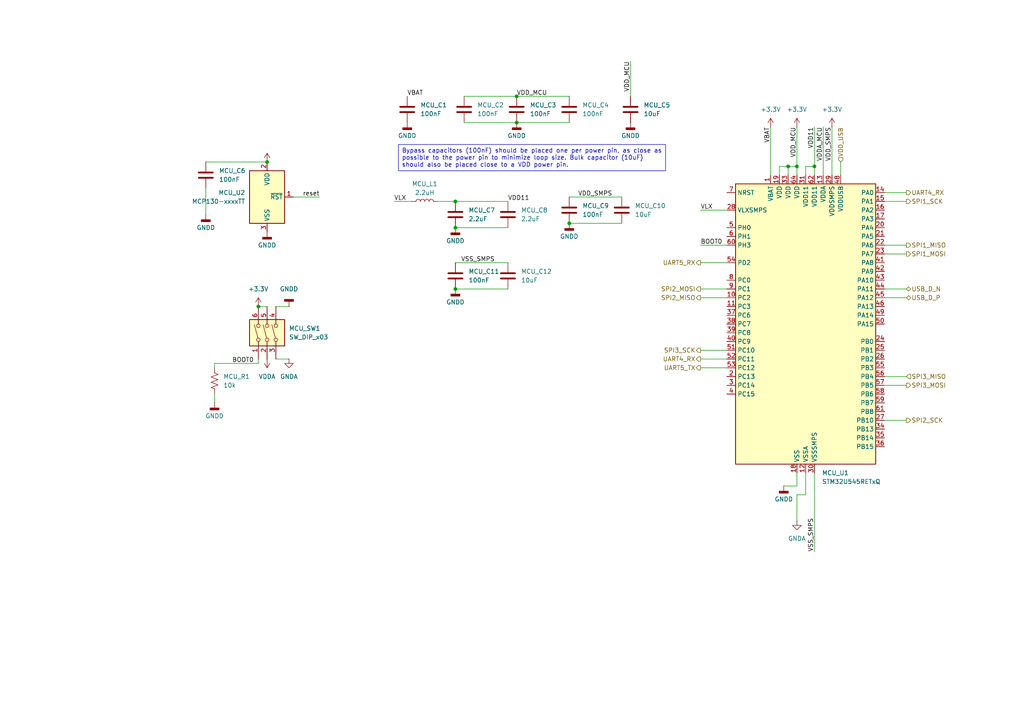
<source format=kicad_sch>
(kicad_sch (version 20231120) (generator "eeschema") (generator_version "8.0")
  (paper "A4")
  (lib_symbols
    (symbol "Device:C" (pin_numbers hide) (pin_names (offset 0.254))
      (property "Reference" "C" (at 0.635 2.54 0))
      (property "Value" "C" (at 0.635 -2.54 0))
      (symbol "C_0_1"
        (polyline (pts (xy -2.032 -0.762) (xy 2.032 -0.762)) (stroke (width 0.508)))
        (polyline (pts (xy -2.032 0.762) (xy 2.032 0.762)) (stroke (width 0.508)))
      )
      (symbol "C_1_1"
        (pin passive line (at 0 3.81 270) (length 2.794) (name "~") (number "1"))
        (pin passive line (at 0 -3.81 90) (length 2.794) (name "~") (number "2"))
      )
    )
    (symbol "Device:L" (pin_numbers hide) (pin_names (offset 1.016) hide)
      (property "Reference" "L" (at -1.27 0 90))
      (property "Value" "L" (at 1.905 0 90))
      (symbol "L_0_1"
        (arc (start 0 -2.54) (mid 0.6323 -1.905) (end 0 -1.27))
        (arc (start 0 -1.27) (mid 0.6323 -0.635) (end 0 0))
        (arc (start 0 0) (mid 0.6323 0.635) (end 0 1.27))
        (arc (start 0 1.27) (mid 0.6323 1.905) (end 0 2.54))
      )
      (symbol "L_1_1"
        (pin passive line (at 0 3.81 270) (length 1.27) (name "1") (number "1"))
        (pin passive line (at 0 -3.81 90) (length 1.27) (name "2") (number "2"))
      )
    )
    (symbol "Device:R_US" (pin_numbers hide) (pin_names (offset 0))
      (property "Reference" "R" (at 2.54 0 90))
      (property "Value" "R_US" (at -2.54 0 90))
      (symbol "R_US_0_1"
        (polyline (pts (xy 0 -2.286) (xy 0 -2.54)))
        (polyline (pts (xy 0 2.286) (xy 0 2.54)))
        (polyline (pts (xy 0 -0.762) (xy 1.016 -1.143) (xy 0 -1.524) (xy -1.016 -1.905) (xy 0 -2.286)))
        (polyline (pts (xy 0 0.762) (xy 1.016 0.381) (xy 0 0) (xy -1.016 -0.381) (xy 0 -0.762)))
        (polyline (pts (xy 0 2.286) (xy 1.016 1.905) (xy 0 1.524) (xy -1.016 1.143) (xy 0 0.762)))
      )
      (symbol "R_US_1_1"
        (pin passive line (at 0 3.81 270) (length 1.27) (name "~") (number "1"))
        (pin passive line (at 0 -3.81 90) (length 1.27) (name "~") (number "2"))
      )
    )
    (symbol "MCU_ST_STM32U5:STM32U545RETxQ"
      (property "Reference" "U" (at -20.32 41.91 0))
      (property "Value" "STM32U545RETxQ" (at 12.7 41.91 0))
      (symbol "STM32U545RETxQ_0_1"
        (rectangle (start -20.32 -40.64) (end 20.32 40.64) (stroke (width 0.254)) (fill (type background)))
      )
      (symbol "STM32U545RETxQ_1_1"
        (pin power_in line (at -10.16 43.18 270) (length 2.54) (name "VBAT") (number "1"))
        (pin bidirectional line (at -22.86 7.62 0) (length 2.54) (name "PC2") (number "10"))
        (pin bidirectional line (at -22.86 5.08 0) (length 2.54) (name "PC3") (number "11"))
        (pin power_in line (at 0 -43.18 90) (length 2.54) (name "VSSA") (number "12"))
        (pin power_in line (at 5.08 43.18 270) (length 2.54) (name "VDDA") (number "13"))
        (pin bidirectional line (at 22.86 38.1 180) (length 2.54) (name "PA0") (number "14"))
        (pin bidirectional line (at 22.86 35.56 180) (length 2.54) (name "PA1") (number "15"))
        (pin bidirectional line (at 22.86 33.02 180) (length 2.54) (name "PA2") (number "16"))
        (pin bidirectional line (at 22.86 30.48 180) (length 2.54) (name "PA3") (number "17"))
        (pin power_in line (at -2.54 -43.18 90) (length 2.54) (name "VSS") (number "18"))
        (pin power_in line (at -7.62 43.18 270) (length 2.54) (name "VDD") (number "19"))
        (pin bidirectional line (at -22.86 -15.24 0) (length 2.54) (name "PC13") (number "2"))
        (pin bidirectional line (at 22.86 27.94 180) (length 2.54) (name "PA4") (number "20"))
        (pin bidirectional line (at 22.86 25.4 180) (length 2.54) (name "PA5") (number "21"))
        (pin bidirectional line (at 22.86 22.86 180) (length 2.54) (name "PA6") (number "22"))
        (pin bidirectional line (at 22.86 20.32 180) (length 2.54) (name "PA7") (number "23"))
        (pin bidirectional line (at 22.86 -5.08 180) (length 2.54) (name "PB0") (number "24"))
        (pin bidirectional line (at 22.86 -7.62 180) (length 2.54) (name "PB1") (number "25"))
        (pin bidirectional line (at 22.86 -10.16 180) (length 2.54) (name "PB2") (number "26"))
        (pin bidirectional line (at 22.86 -27.94 180) (length 2.54) (name "PB10") (number "27"))
        (pin power_in line (at -22.86 33.02 0) (length 2.54) (name "VLXSMPS") (number "28"))
        (pin power_in line (at 7.62 43.18 270) (length 2.54) (name "VDDSMPS") (number "29"))
        (pin bidirectional line (at -22.86 -17.78 0) (length 2.54) (name "PC14") (number "3"))
        (pin power_in line (at 2.54 -43.18 90) (length 2.54) (name "VSSSMPS") (number "30"))
        (pin power_in line (at 0 43.18 270) (length 2.54) (name "VDD11") (number "31"))
        (pin passive line (at -2.54 -43.18 90) (length 2.54) hide (name "VSS") (number "32"))
        (pin power_in line (at -5.08 43.18 270) (length 2.54) (name "VDD") (number "33"))
        (pin bidirectional line (at 22.86 -30.48 180) (length 2.54) (name "PB13") (number "34"))
        (pin bidirectional line (at 22.86 -33.02 180) (length 2.54) (name "PB14") (number "35"))
        (pin bidirectional line (at 22.86 -35.56 180) (length 2.54) (name "PB15") (number "36"))
        (pin bidirectional line (at -22.86 2.54 0) (length 2.54) (name "PC6") (number "37"))
        (pin bidirectional line (at -22.86 0 0) (length 2.54) (name "PC7") (number "38"))
        (pin bidirectional line (at -22.86 -2.54 0) (length 2.54) (name "PC8") (number "39"))
        (pin bidirectional line (at -22.86 -20.32 0) (length 2.54) (name "PC15") (number "4"))
        (pin bidirectional line (at -22.86 -5.08 0) (length 2.54) (name "PC9") (number "40"))
        (pin bidirectional line (at 22.86 17.78 180) (length 2.54) (name "PA8") (number "41"))
        (pin bidirectional line (at 22.86 15.24 180) (length 2.54) (name "PA9") (number "42"))
        (pin bidirectional line (at 22.86 12.7 180) (length 2.54) (name "PA10") (number "43"))
        (pin bidirectional line (at 22.86 10.16 180) (length 2.54) (name "PA11") (number "44"))
        (pin bidirectional line (at 22.86 7.62 180) (length 2.54) (name "PA12") (number "45"))
        (pin bidirectional line (at 22.86 5.08 180) (length 2.54) (name "PA13") (number "46"))
        (pin passive line (at -2.54 -43.18 90) (length 2.54) hide (name "VSS") (number "47"))
        (pin power_in line (at 10.16 43.18 270) (length 2.54) (name "VDDUSB") (number "48"))
        (pin bidirectional line (at 22.86 2.54 180) (length 2.54) (name "PA14") (number "49"))
        (pin bidirectional line (at -22.86 27.94 0) (length 2.54) (name "PH0") (number "5"))
        (pin bidirectional line (at 22.86 0 180) (length 2.54) (name "PA15") (number "50"))
        (pin bidirectional line (at -22.86 -7.62 0) (length 2.54) (name "PC10") (number "51"))
        (pin bidirectional line (at -22.86 -10.16 0) (length 2.54) (name "PC11") (number "52"))
        (pin bidirectional line (at -22.86 -12.7 0) (length 2.54) (name "PC12") (number "53"))
        (pin bidirectional line (at -22.86 17.78 0) (length 2.54) (name "PD2") (number "54"))
        (pin bidirectional line (at 22.86 -12.7 180) (length 2.54) (name "PB3") (number "55"))
        (pin bidirectional line (at 22.86 -15.24 180) (length 2.54) (name "PB4") (number "56"))
        (pin bidirectional line (at 22.86 -17.78 180) (length 2.54) (name "PB5") (number "57"))
        (pin bidirectional line (at 22.86 -20.32 180) (length 2.54) (name "PB6") (number "58"))
        (pin bidirectional line (at 22.86 -22.86 180) (length 2.54) (name "PB7") (number "59"))
        (pin bidirectional line (at -22.86 25.4 0) (length 2.54) (name "PH1") (number "6"))
        (pin bidirectional line (at -22.86 22.86 0) (length 2.54) (name "PH3") (number "60"))
        (pin bidirectional line (at 22.86 -25.4 180) (length 2.54) (name "PB8") (number "61"))
        (pin power_in line (at 2.54 43.18 270) (length 2.54) (name "VDD11") (number "62"))
        (pin passive line (at -2.54 -43.18 90) (length 2.54) hide (name "VSS") (number "63"))
        (pin power_in line (at -2.54 43.18 270) (length 2.54) (name "VDD") (number "64"))
        (pin input line (at -22.86 38.1 0) (length 2.54) (name "NRST") (number "7"))
        (pin bidirectional line (at -22.86 12.7 0) (length 2.54) (name "PC0") (number "8"))
        (pin bidirectional line (at -22.86 10.16 0) (length 2.54) (name "PC1") (number "9"))
      )
    )
    (symbol "Power_Supervisor:MCP130-xxxxTT"
      (property "Reference" "U" (at -5.08 8.89 0))
      (property "Value" "MCP130-xxxxTT" (at 8.89 8.89 0))
      (symbol "MCP130-xxxxTT_0_1"
        (rectangle (start 5.08 7.62) (end -5.08 -7.62) (stroke (width 0.254)) (fill (type background)))
      )
      (symbol "MCP130-xxxxTT_1_1"
        (pin open_collector line (at 7.62 0 180) (length 2.54) (name "~{RST}") (number "1"))
        (pin power_in line (at 0 10.16 270) (length 2.54) (name "VDD") (number "2"))
        (pin power_in line (at 0 -10.16 90) (length 2.54) (name "VSS") (number "3"))
      )
    )
    (symbol "Switch:SW_DIP_x03" (pin_names (offset 0) hide)
      (property "Reference" "SW" (at 0 6.35 0))
      (property "Value" "SW_DIP_x03" (at 0 -6.35 0))
      (symbol "SW_DIP_x03_0_0"
        (circle (center -2.032 -2.54) (radius 0.508))
        (circle (center -2.032 0) (radius 0.508))
        (circle (center -2.032 2.54) (radius 0.508))
        (polyline (pts (xy -1.524 -2.413) (xy 2.3622 -1.3716)))
        (polyline (pts (xy -1.524 0.127) (xy 2.3622 1.1684)))
        (polyline (pts (xy -1.524 2.667) (xy 2.3622 3.7084)))
        (circle (center 2.032 -2.54) (radius 0.508))
        (circle (center 2.032 0) (radius 0.508))
        (circle (center 2.032 2.54) (radius 0.508))
      )
      (symbol "SW_DIP_x03_0_1"
        (rectangle (start -3.81 5.08) (end 3.81 -5.08) (stroke (width 0.254)) (fill (type background)))
      )
      (symbol "SW_DIP_x03_1_1"
        (pin passive line (at -7.62 2.54 0) (length 5.08) (name "~") (number "1"))
        (pin passive line (at -7.62 0 0) (length 5.08) (name "~") (number "2"))
        (pin passive line (at -7.62 -2.54 0) (length 5.08) (name "~") (number "3"))
        (pin passive line (at 7.62 -2.54 180) (length 5.08) (name "~") (number "4"))
        (pin passive line (at 7.62 0 180) (length 5.08) (name "~") (number "5"))
        (pin passive line (at 7.62 2.54 180) (length 5.08) (name "~") (number "6"))
      )
    )
    (symbol "power:+3.3V" (power) (pin_numbers hide) (pin_names (offset 0) hide)
      (property "Value" "+3.3V" (at 0 3.556 0))
      (symbol "+3.3V_0_1"
        (polyline (pts (xy -0.762 1.27) (xy 0 2.54)))
        (polyline (pts (xy 0 0) (xy 0 2.54)))
        (polyline (pts (xy 0 2.54) (xy 0.762 1.27)))
      )
      (symbol "+3.3V_1_1"
        (pin power_in line (at 0 0 90) (length 0) (name "~") (number "1"))
      )
    )
    (symbol "power:GNDA" (power) (pin_numbers hide) (pin_names (offset 0) hide)
      (property "Value" "GNDA" (at 0 -3.81 0))
      (symbol "GNDA_0_1"
        (polyline (pts (xy 0 0) (xy 0 -1.27) (xy 1.27 -1.27) (xy 0 -2.54) (xy -1.27 -1.27) (xy 0 -1.27)))
      )
      (symbol "GNDA_1_1"
        (pin power_in line (at 0 0 270) (length 0) (name "~") (number "1"))
      )
    )
    (symbol "power:GNDD" (power) (pin_numbers hide) (pin_names (offset 0) hide)
      (property "Value" "GNDD" (at 0 -3.175 0))
      (symbol "GNDD_0_1"
        (rectangle (start -1.27 -1.524) (end 1.27 -2.032) (stroke (width 0.254)) (fill (type outline)))
        (polyline (pts (xy 0 0) (xy 0 -1.524)))
      )
      (symbol "GNDD_1_1"
        (pin power_in line (at 0 0 270) (length 0) (name "~") (number "1"))
      )
    )
    (symbol "power:VDDA" (power) (pin_numbers hide) (pin_names (offset 0) hide)
      (property "Value" "VDDA" (at 0 3.556 0))
      (symbol "VDDA_0_1"
        (polyline (pts (xy -0.762 1.27) (xy 0 2.54)))
        (polyline (pts (xy 0 0) (xy 0 2.54)))
        (polyline (pts (xy 0 2.54) (xy 0.762 1.27)))
      )
      (symbol "VDDA_1_1"
        (pin power_in line (at 0 0 90) (length 0) (name "~") (number "1"))
      )
    )
  )
  (junction (at 132.08 58.42))
  (junction (at 77.47 46.99))
  (junction (at 149.86 35.56))
  (junction (at 149.86 27.94))
  (junction (at 74.93 88.9))
  (junction (at 231.14 48.26))
  (junction (at 165.1 64.77))
  (junction (at 236.22 48.26))
  (junction (at 228.6 48.26))
  (junction (at 132.08 66.04))
  (junction (at 132.08 83.82))
  (no_connect (at -68.58 83.82))
  (wire (pts (xy 203.2 101.6) (xy 210.82 101.6)))
  (wire (pts (xy 226.06 48.26) (xy 228.6 48.26)))
  (wire (pts (xy 262.89 109.22) (xy 256.54 109.22)))
  (wire (pts (xy 203.2 86.36) (xy 210.82 86.36)))
  (wire (pts (xy 236.22 160.02) (xy 236.22 137.16)))
  (wire (pts (xy 238.76 50.8) (xy 238.76 36.83)))
  (wire (pts (xy 233.68 48.26) (xy 233.68 50.8)))
  (wire (pts (xy 256.54 83.82) (xy 262.89 83.82)))
  (wire (pts (xy 256.54 55.88) (xy 262.89 55.88)))
  (wire (pts (xy 85.09 57.15) (xy 92.71 57.15)))
  (wire (pts (xy 231.14 48.26) (xy 231.14 50.8)))
  (wire (pts (xy 256.54 86.36) (xy 262.89 86.36)))
  (wire (pts (xy 127 58.42) (xy 132.08 58.42)))
  (wire (pts (xy 165.1 64.77) (xy 180.34 64.77)))
  (wire (pts (xy 228.6 48.26) (xy 231.14 48.26)))
  (wire (pts (xy 233.68 143.51) (xy 233.68 137.16)))
  (wire (pts (xy 59.69 46.99) (xy 77.47 46.99)))
  (wire (pts (xy 236.22 36.83) (xy 236.22 48.26)))
  (wire (pts (xy 203.2 106.68) (xy 210.82 106.68)))
  (wire (pts (xy 231.14 143.51) (xy 233.68 143.51)))
  (wire (pts (xy 223.52 36.83) (xy 223.52 50.8)))
  (wire (pts (xy 262.89 121.92) (xy 256.54 121.92)))
  (wire (pts (xy 231.14 36.83) (xy 231.14 48.26)))
  (wire (pts (xy 134.62 27.94) (xy 149.86 27.94)))
  (wire (pts (xy 62.23 105.41) (xy 74.93 105.41)))
  (wire (pts (xy 165.1 57.15) (xy 180.34 57.15)))
  (wire (pts (xy 114.3 58.42) (xy 119.38 58.42)))
  (wire (pts (xy 132.08 83.82) (xy 147.32 83.82)))
  (wire (pts (xy 231.14 140.97) (xy 231.14 137.16)))
  (wire (pts (xy 227.33 140.97) (xy 231.14 140.97)))
  (wire (pts (xy 256.54 58.42) (xy 262.89 58.42)))
  (wire (pts (xy 256.54 71.12) (xy 262.89 71.12)))
  (wire (pts (xy 203.2 71.12) (xy 210.82 71.12)))
  (wire (pts (xy 80.01 104.14) (xy 83.82 104.14)))
  (wire (pts (xy 83.82 88.9) (xy 80.01 88.9)))
  (wire (pts (xy 231.14 151.13) (xy 231.14 143.51)))
  (wire (pts (xy 149.86 27.94) (xy 165.1 27.94)))
  (wire (pts (xy 228.6 48.26) (xy 228.6 50.8)))
  (wire (pts (xy 62.23 116.84) (xy 62.23 114.3)))
  (wire (pts (xy 74.93 88.9) (xy 77.47 88.9)))
  (wire (pts (xy 203.2 104.14) (xy 210.82 104.14)))
  (wire (pts (xy 241.3 36.83) (xy 241.3 50.8)))
  (wire (pts (xy 149.86 35.56) (xy 165.1 35.56)))
  (wire (pts (xy 236.22 48.26) (xy 236.22 50.8)))
  (wire (pts (xy 74.93 104.14) (xy 74.93 105.41)))
  (wire (pts (xy 132.08 66.04) (xy 147.32 66.04)))
  (wire (pts (xy 262.89 111.76) (xy 256.54 111.76)))
  (wire (pts (xy 59.69 62.23) (xy 59.69 54.61)))
  (wire (pts (xy 132.08 76.2) (xy 147.32 76.2)))
  (wire (pts (xy 203.2 83.82) (xy 210.82 83.82)))
  (wire (pts (xy 226.06 50.8) (xy 226.06 48.26)))
  (wire (pts (xy 236.22 48.26) (xy 233.68 48.26)))
  (wire (pts (xy 62.23 105.41) (xy 62.23 106.68)))
  (wire (pts (xy 256.54 73.66) (xy 262.89 73.66)))
  (wire (pts (xy 243.84 46.99) (xy 243.84 50.8)))
  (wire (pts (xy 134.62 35.56) (xy 149.86 35.56)))
  (wire (pts (xy 203.2 60.96) (xy 210.82 60.96)))
  (wire (pts (xy 203.2 76.2) (xy 210.82 76.2)))
  (wire (pts (xy 132.08 58.42) (xy 147.32 58.42)))
  (wire (pts (xy 182.88 17.78) (xy 182.88 27.94)))
  (text_box "Bypass capacitors (100nF) should be placed one per power pin, as close as possible to the power pin to minimize loop size. Bulk capacitor (10uF) should also be placed close to a VDD power pin." (at 115.57 41.91 0) (size 77.47 7.62) (effects (font (size 1.27 1.27)) (justify left top)))
  (label "VDD_SMPS" (at 167.64 57.15 0))
  (label "VDDA_MCU" (at 238.76 36.83 270))
  (label "VDD_SMPS" (at 241.3 36.83 270))
  (label "VDD11" (at 236.22 36.83 270))
  (label "VDD11" (at 147.32 58.42 0))
  (label "BOOT0" (at 67.31 105.41 0))
  (label "BOOT0" (at 203.2 71.12 0))
  (label "VBAT" (at 118.11 27.94 0))
  (label "VSS_SMPS" (at 236.22 160.02 90))
  (label "VDD_MCU" (at 149.86 27.94 0))
  (label "VDD_MCU" (at 231.14 36.83 270))
  (label "reset" (at 92.71 57.15 180))
  (label "VDD_MCU" (at 182.88 17.78 270))
  (label "VSS_SMPS" (at 143.51 76.2 180))
  (label "VLX" (at 203.2 60.96 0))
  (label "VBAT" (at 223.52 36.83 270))
  (label "VLX" (at 114.3 58.42 0))
  (hierarchical_label "UART5_RX" (shape output) (at 203.2 76.2 180))
  (hierarchical_label "SPI3_SCK" (shape output) (at 203.2 101.6 180))
  (hierarchical_label "USB_D_P" (shape bidirectional) (at 262.89 86.36 0))
  (hierarchical_label "UART4_RX" (shape output) (at 262.89 55.88 0))
  (hierarchical_label "USB_D_N" (shape bidirectional) (at 262.89 83.82 0))
  (hierarchical_label "SPI1_MOSI" (shape output) (at 262.89 73.66 0))
  (hierarchical_label "SPI2_MISO" (shape output) (at 203.2 86.36 180))
  (hierarchical_label "SPI3_MOSI" (shape output) (at 262.89 111.76 0))
  (hierarchical_label "VDD_USB" (shape input) (at 243.84 46.99 90))
  (hierarchical_label "UART4_RX" (shape output) (at 203.2 104.14 180))
  (hierarchical_label "SPI2_SCK" (shape output) (at 262.89 121.92 0))
  (hierarchical_label "SPI3_MISO" (shape input) (at 262.89 109.22 0))
  (hierarchical_label "UART5_TX" (shape output) (at 203.2 106.68 180))
  (hierarchical_label "SPI2_MOSI" (shape output) (at 203.2 83.82 180))
  (hierarchical_label "SPI1_SCK" (shape output) (at 262.89 58.42 0))
  (hierarchical_label "SPI1_MISO" (shape output) (at 262.89 71.12 0))
  (symbol (lib_id "power:GNDD") (at 182.88 35.56 0) (unit 1)
    (property "Reference" "#PWR014" (effects (hide yes)))
    (property "Value" "GNDD" (at 182.88 39.37 0))
    (property "Description" "Power symbol creates a global label with name \"GNDD\" , digital ground" (effects (hide yes)))
  )
  (symbol (lib_id "power:GNDD") (at 77.47 67.31 0) (unit 1)
    (property "Reference" "#PWR05" (effects (hide yes)))
    (property "Value" "GNDD" (at 77.47 71.12 0))
    (property "Description" "Power symbol creates a global label with name \"GNDD\" , digital ground" (effects (hide yes)))
  )
  (symbol (lib_id "power:+3.3V") (at 231.14 36.83 0) (unit 1)
    (property "Reference" "#PWR015" (effects (hide yes)))
    (property "Value" "+3.3V" (at 231.14 31.75 0))
    (property "Description" "Power symbol creates a global label with name \"+3.3V\"" (effects (hide yes)))
  )
  (symbol (lib_id "Device:C") (at 165.1 60.96 0) (unit 1)
    (property "Reference" "MCU_C9" (at 168.91 59.6899 0) (effects (justify left)))
    (property "Value" "100nF" (at 168.91 62.2299 0) (effects (justify left)))
    (property "Description" "Unpolarized capacitor" (effects (hide yes)))
  )
  (symbol (lib_id "Device:C") (at 59.69 50.8 0) (unit 1)
    (property "Reference" "MCU_C6" (at 63.5 49.5299 0) (effects (justify left)))
    (property "Value" "100nF" (at 63.5 52.0699 0) (effects (justify left)))
    (property "Footprint" "Capacitor_SMD:C_0603_1608Metric_Pad1.08x0.95mm_HandSolder" (effects (hide yes)))
    (property "Description" "Unpolarized capacitor" (effects (hide yes)))
  )
  (symbol (lib_id "Device:C") (at 149.86 31.75 0) (unit 1)
    (property "Reference" "MCU_C3" (at 153.67 30.4799 0) (effects (justify left)))
    (property "Value" "100nF" (at 153.67 33.0199 0) (effects (justify left)))
    (property "Description" "Unpolarized capacitor" (effects (hide yes)))
  )
  (symbol (lib_id "MCU_ST_STM32U5:STM32U545RETxQ") (at 233.68 93.98 0) (unit 1)
    (property "Reference" "MCU_U1" (at 238.4141 137.16 0) (effects (justify left)))
    (property "Value" "STM32U545RETxQ" (at 238.4141 139.7 0) (effects (justify left)))
    (property "Footprint" "Package_QFP:LQFP-64_10x10mm_P0.5mm" (effects (hide yes)))
    (property "Datasheet" "https://www.st.com/resource/en/datasheet/stm32u545re.pdf" (effects (hide yes)))
    (property "Description" "STMicroelectronics Arm Cortex-M33 MCU, 512KB flash, 274KB RAM, 47 GPIO, LQFP64" (effects (hide yes)))
  )
  (symbol (lib_id "power:GNDD") (at 149.86 35.56 0) (unit 1)
    (property "Reference" "#PWR012" (effects (hide yes)))
    (property "Value" "GNDD" (at 149.86 39.37 0))
    (property "Description" "Power symbol creates a global label with name \"GNDD\" , digital ground" (effects (hide yes)))
  )
  (symbol (lib_id "power:GNDD") (at 118.11 35.56 0) (unit 1)
    (property "Reference" "#PWR010" (effects (hide yes)))
    (property "Value" "GNDD" (at 118.11 39.37 0))
    (property "Description" "Power symbol creates a global label with name \"GNDD\" , digital ground" (effects (hide yes)))
  )
  (symbol (lib_id "Device:C") (at 180.34 60.96 0) (unit 1)
    (property "Reference" "MCU_C10" (at 184.15 59.6899 0) (effects (justify left)))
    (property "Value" "10uF" (at 184.15 62.2299 0) (effects (justify left)))
    (property "Description" "Unpolarized capacitor" (effects (hide yes)))
  )
  (symbol (lib_id "power:+3.3V") (at 223.52 36.83 0) (unit 1)
    (property "Reference" "#PWR013" (effects (hide yes)))
    (property "Value" "+3.3V" (at 223.52 31.75 0))
    (property "Description" "Power symbol creates a global label with name \"+3.3V\"" (effects (hide yes)))
  )
  (symbol (lib_id "power:GNDA") (at 231.14 151.13 0) (unit 1)
    (property "Reference" "#PWR018" (effects (hide yes)))
    (property "Value" "GNDA" (at 231.14 156.21 0))
    (property "Description" "Power symbol creates a global label with name \"GNDA\" , analog ground" (effects (hide yes)))
  )
  (symbol (lib_id "power:GNDD") (at 165.1 64.77 0) (unit 1)
    (property "Reference" "#PWR011" (effects (hide yes)))
    (property "Value" "GNDD" (at 165.1 68.58 0))
    (property "Description" "Power symbol creates a global label with name \"GNDD\" , digital ground" (effects (hide yes)))
  )
  (symbol (lib_id "power:GNDD") (at 59.69 62.23 0) (unit 1)
    (property "Reference" "#PWR01" (effects (hide yes)))
    (property "Value" "GNDD" (at 59.69 66.04 0))
    (property "Description" "Power symbol creates a global label with name \"GNDD\" , digital ground" (effects (hide yes)))
  )
  (symbol (lib_id "power:+3.3V") (at 74.93 88.9 0) (mirror y) (unit 1)
    (property "Reference" "#PWR03" (effects (hide yes)))
    (property "Value" "+3.3V" (at 74.93 83.82 0))
    (property "Description" "Power symbol creates a global label with name \"+3.3V\"" (effects (hide yes)))
  )
  (symbol (lib_id "Device:C") (at 134.62 31.75 0) (unit 1)
    (property "Reference" "MCU_C2" (at 138.43 30.4799 0) (effects (justify left)))
    (property "Value" "100nF" (at 138.43 33.0199 0) (effects (justify left)))
    (property "Description" "Unpolarized capacitor" (effects (hide yes)))
  )
  (symbol (lib_id "power:GNDA") (at 83.82 104.14 0) (unit 1)
    (property "Reference" "#PWR08" (effects (hide yes)))
    (property "Value" "GNDA" (at 83.82 109.22 0))
    (property "Description" "Power symbol creates a global label with name \"GNDA\" , analog ground" (effects (hide yes)))
  )
  (symbol (lib_id "Switch:SW_DIP_x03") (at 77.47 96.52 90) (unit 1)
    (property "Reference" "MCU_SW1" (at 83.82 95.2499 90) (effects (justify right)))
    (property "Value" "SW_DIP_x03" (at 83.82 97.7899 90) (effects (justify right)))
    (property "Footprint" "Button_Switch_THT:SW_DIP_SPSTx03_Slide_9.78x9.8mm_W7.62mm_P2.54mm" (effects (hide yes)))
    (property "Description" "3x DIP Switch, Single Pole Single Throw (SPST) switch, small symbol" (effects (hide yes)))
  )
  (symbol (lib_id "Device:C") (at 165.1 31.75 0) (unit 1)
    (property "Reference" "MCU_C4" (at 168.91 30.4799 0) (effects (justify left)))
    (property "Value" "100nF" (at 168.91 33.0199 0) (effects (justify left)))
    (property "Description" "Unpolarized capacitor" (effects (hide yes)))
  )
  (symbol (lib_id "Device:C") (at 147.32 80.01 0) (unit 1)
    (property "Reference" "MCU_C12" (at 151.13 78.7399 0) (effects (justify left)))
    (property "Value" "10uF" (at 151.13 81.2799 0) (effects (justify left)))
    (property "Description" "Unpolarized capacitor" (effects (hide yes)))
  )
  (symbol (lib_id "Device:C") (at 147.32 62.23 0) (unit 1)
    (property "Reference" "MCU_C8" (at 151.13 60.9599 0) (effects (justify left)))
    (property "Value" "2.2uF" (at 151.13 63.4999 0) (effects (justify left)))
    (property "Description" "Unpolarized capacitor" (effects (hide yes)))
  )
  (symbol (lib_id "power:+3.3V") (at 77.47 46.99 0) (unit 1)
    (property "Reference" "#PWR04" (effects (hide yes)))
    (property "Value" "+3.3V" (effects (hide yes)))
    (property "Description" "Power symbol creates a global label with name \"+3.3V\"" (effects (hide yes)))
  )
  (symbol (lib_id "power:GNDD") (at 83.82 88.9 180) (unit 1)
    (property "Reference" "#PWR07" (effects (hide yes)))
    (property "Value" "GNDD" (at 83.82 83.82 0))
    (property "Description" "Power symbol creates a global label with name \"GNDD\" , digital ground" (effects (hide yes)))
  )
  (symbol (lib_id "power:GNDD") (at 132.08 66.04 0) (unit 1)
    (property "Reference" "#PWR09" (effects (hide yes)))
    (property "Value" "GNDD" (at 132.08 69.85 0))
    (property "Description" "Power symbol creates a global label with name \"GNDD\" , digital ground" (effects (hide yes)))
  )
  (symbol (lib_id "power:GNDD") (at 227.33 140.97 0) (unit 1)
    (property "Reference" "#PWR017" (effects (hide yes)))
    (property "Value" "GNDD" (at 227.33 144.78 0))
    (property "Description" "Power symbol creates a global label with name \"GNDD\" , digital ground" (effects (hide yes)))
  )
  (symbol (lib_id "power:GNDD") (at 132.08 83.82 0) (unit 1)
    (property "Reference" "#PWR019" (effects (hide yes)))
    (property "Value" "GNDD" (at 132.08 87.63 0))
    (property "Description" "Power symbol creates a global label with name \"GNDD\" , digital ground" (effects (hide yes)))
  )
  (symbol (lib_id "Device:R_US") (at 62.23 110.49 0) (unit 1)
    (property "Reference" "MCU_R1" (at 64.77 109.2199 0) (effects (justify left)))
    (property "Value" "10k" (at 64.77 111.7599 0) (effects (justify left)))
    (property "Footprint" "Resistor_SMD:R_0603_1608Metric_Pad0.98x0.95mm_HandSolder" (effects (hide yes)))
    (property "Description" "Resistor, US symbol" (effects (hide yes)))
  )
  (symbol (lib_id "power:VDDA") (at 77.47 104.14 180) (unit 1)
    (property "Reference" "#PWR06" (effects (hide yes)))
    (property "Value" "VDDA" (at 77.47 109.22 0))
    (property "Description" "Power symbol creates a global label with name \"VDDA\"" (effects (hide yes)))
  )
  (symbol (lib_id "Device:C") (at 132.08 62.23 0) (unit 1)
    (property "Reference" "MCU_C7" (at 135.89 60.9599 0) (effects (justify left)))
    (property "Value" "2.2uF" (at 135.89 63.4999 0) (effects (justify left)))
    (property "Description" "Unpolarized capacitor" (effects (hide yes)))
  )
  (symbol (lib_id "Device:C") (at 118.11 31.75 0) (unit 1)
    (property "Reference" "MCU_C1" (at 121.92 30.4799 0) (effects (justify left)))
    (property "Value" "100nF" (at 121.92 33.0199 0) (effects (justify left)))
    (property "Description" "Unpolarized capacitor" (effects (hide yes)))
  )
  (symbol (lib_id "Device:L") (at 123.19 58.42 90) (unit 1)
    (property "Reference" "MCU_L1" (at 123.19 53.34 90))
    (property "Value" "2.2uH" (at 123.19 55.88 90))
    (property "Description" "Inductor" (effects (hide yes)))
  )
  (symbol (lib_id "Device:C") (at 132.08 80.01 0) (unit 1)
    (property "Reference" "MCU_C11" (at 135.89 78.7399 0) (effects (justify left)))
    (property "Value" "100nF" (at 135.89 81.2799 0) (effects (justify left)))
    (property "Description" "Unpolarized capacitor" (effects (hide yes)))
  )
  (symbol (lib_id "Power_Supervisor:MCP130-xxxxTT") (at 77.47 57.15 0) (unit 1)
    (property "Reference" "MCU_U2" (at 71.12 55.8799 0) (effects (justify right)))
    (property "Value" "MCP130-xxxxTT" (at 71.12 58.4199 0) (effects (justify right)))
    (property "Footprint" "Package_TO_SOT_SMD:SOT-23" (effects (hide yes)))
    (property "Datasheet" "http://ww1.microchip.com/downloads/en/DeviceDoc/11184d.pdf" (effects (hide yes)))
    (property "Description" "Microcontroller supervisory circuit with internal 5 kΩ pull-up, SOT-23" (effects (hide yes)))
  )
  (symbol (lib_id "power:GNDD") (at 62.23 116.84 0) (unit 1)
    (property "Reference" "#PWR02" (effects (hide yes)))
    (property "Value" "GNDD" (at 62.23 120.65 0))
    (property "Description" "Power symbol creates a global label with name \"GNDD\" , digital ground" (effects (hide yes)))
  )
  (symbol (lib_id "power:+3.3V") (at 241.3 36.83 0) (unit 1)
    (property "Reference" "#PWR016" (effects (hide yes)))
    (property "Value" "+3.3V" (at 241.3 31.75 0))
    (property "Description" "Power symbol creates a global label with name \"+3.3V\"" (effects (hide yes)))
  )
  (symbol (lib_id "Device:C") (at 182.88 31.75 0) (unit 1)
    (property "Reference" "MCU_C5" (at 186.69 30.4799 0) (effects (justify left)))
    (property "Value" "10uF" (at 186.69 33.0199 0) (effects (justify left)))
    (property "Description" "Unpolarized capacitor" (effects (hide yes)))
  )
)
</source>
